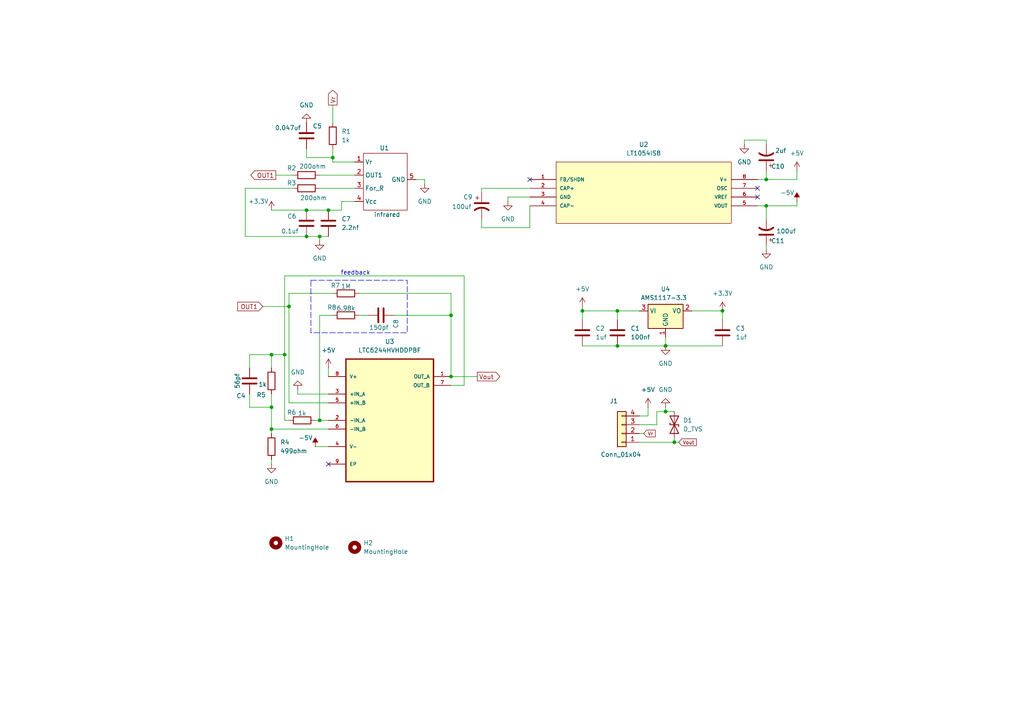
<source format=kicad_sch>
(kicad_sch (version 20231120) (generator "eeschema") (generator_version "8.0")
  (paper "A4")
  (title_block (date "2025-01-11") (comment 1 "Ajay Gautam"))
  (lib_symbols
    (symbol "Connector_Generic:Conn_01x04" (pin_names (offset 1.016) hide)
      (property "Reference" "J" (at 0 5.08 0))
      (property "Value" "Conn_01x04" (at 0 -7.62 0))
      (symbol "Conn_01x04_1_1"
        (rectangle (start -1.27 -4.953) (end 0 -5.207) (stroke (width 0.1524)))
        (rectangle (start -1.27 -2.413) (end 0 -2.667) (stroke (width 0.1524)))
        (rectangle (start -1.27 0.127) (end 0 -0.127) (stroke (width 0.1524)))
        (rectangle (start -1.27 2.667) (end 0 2.413) (stroke (width 0.1524)))
        (rectangle (start -1.27 3.81) (end 1.27 -6.35) (stroke (width 0.254)) (fill (type background)))
        (pin passive line (at -5.08 2.54 0) (length 3.81) (name "Pin_1") (number "1"))
        (pin passive line (at -5.08 0 0) (length 3.81) (name "Pin_2") (number "2"))
        (pin passive line (at -5.08 -2.54 0) (length 3.81) (name "Pin_3") (number "3"))
        (pin passive line (at -5.08 -5.08 0) (length 3.81) (name "Pin_4") (number "4"))
      )
    )
    (symbol "Device:C" (pin_numbers hide) (pin_names (offset 0.254))
      (property "Reference" "C" (at 0.635 2.54 0))
      (property "Value" "C" (at 0.635 -2.54 0))
      (symbol "C_0_1"
        (polyline (pts (xy -2.032 -0.762) (xy 2.032 -0.762)) (stroke (width 0.508)))
        (polyline (pts (xy -2.032 0.762) (xy 2.032 0.762)) (stroke (width 0.508)))
      )
      (symbol "C_1_1"
        (pin passive line (at 0 3.81 270) (length 2.794) (name "~") (number "1"))
        (pin passive line (at 0 -3.81 90) (length 2.794) (name "~") (number "2"))
      )
    )
    (symbol "Device:C_Polarized_US" (pin_numbers hide) (pin_names (offset 0.254) hide)
      (property "Reference" "C" (at 0.635 2.54 0))
      (property "Value" "C_Polarized_US" (at 0.635 -2.54 0))
      (symbol "C_Polarized_US_0_1"
        (polyline (pts (xy -2.032 0.762) (xy 2.032 0.762)) (stroke (width 0.508)))
        (polyline (pts (xy -1.778 2.286) (xy -0.762 2.286)))
        (polyline (pts (xy -1.27 1.778) (xy -1.27 2.794)))
        (arc (start 2.032 -1.27) (mid 0 -0.5572) (end -2.032 -1.27) (stroke (width 0.508)))
      )
      (symbol "C_Polarized_US_1_1"
        (pin passive line (at 0 3.81 270) (length 2.794) (name "~") (number "1"))
        (pin passive line (at 0 -3.81 90) (length 3.302) (name "~") (number "2"))
      )
    )
    (symbol "Device:D_TVS" (pin_numbers hide) (pin_names (offset 1.016) hide)
      (property "Reference" "D" (at 0 2.54 0))
      (property "Value" "D_TVS" (at 0 -2.54 0))
      (symbol "D_TVS_0_1"
        (polyline (pts (xy 1.27 0) (xy -1.27 0)))
        (polyline (pts (xy 0.508 1.27) (xy 0 1.27) (xy 0 -1.27) (xy -0.508 -1.27)) (stroke (width 0.254)))
        (polyline (pts (xy -2.54 1.27) (xy -2.54 -1.27) (xy 2.54 1.27) (xy 2.54 -1.27) (xy -2.54 1.27)) (stroke (width 0.254)))
      )
      (symbol "D_TVS_1_1"
        (pin passive line (at -3.81 0 0) (length 2.54) (name "A1") (number "1"))
        (pin passive line (at 3.81 0 180) (length 2.54) (name "A2") (number "2"))
      )
    )
    (symbol "Device:R" (pin_numbers hide) (pin_names (offset 0))
      (property "Reference" "R" (at 2.032 0 90))
      (property "Value" "R" (at 0 0 90))
      (symbol "R_0_1"
        (rectangle (start -1.016 -2.54) (end 1.016 2.54) (stroke (width 0.254)))
      )
      (symbol "R_1_1"
        (pin passive line (at 0 3.81 270) (length 1.27) (name "~") (number "1"))
        (pin passive line (at 0 -3.81 90) (length 1.27) (name "~") (number "2"))
      )
    )
    (symbol "LT1054IS8:LT1054IS8" (pin_names (offset 1.016))
      (property "Reference" "U" (at 28.2956 9.1186 0))
      (property "Value" "LT1054IS8" (at 27.6606 6.5786 0))
      (symbol "LT1054IS8_0_0"
        (rectangle (start 7.62 -12.7) (end 58.42 5.08) (stroke (width 0.1524)) (fill (type background)))
        (pin passive line (at 0 0 0) (length 7.62) (name "FB/SHDN") (number "1"))
        (pin passive line (at 0 -2.54 0) (length 7.62) (name "CAP+") (number "2"))
        (pin power_in line (at 0 -5.08 0) (length 7.62) (name "GND") (number "3"))
        (pin passive line (at 0 -7.62 0) (length 7.62) (name "CAP-") (number "4"))
        (pin output line (at 66.04 -7.62 180) (length 7.62) (name "VOUT") (number "5"))
        (pin power_in line (at 66.04 -5.08 180) (length 7.62) (name "VREF") (number "6"))
        (pin passive line (at 66.04 -2.54 180) (length 7.62) (name "OSC") (number "7"))
        (pin power_in line (at 66.04 0 180) (length 7.62) (name "V+") (number "8"))
      )
    )
    (symbol "LTC6244HVHDDPBF:LTC6244HVHDDPBF" (pin_names (offset 1.016))
      (property "Reference" "U" (at -4.4196 17.0434 0))
      (property "Value" "LTC6244HVHDDPBF" (at -5.8166 -24.13 0))
      (symbol "LTC6244HVHDDPBF_0_0"
        (rectangle (start -12.7 -20.32) (end 12.7 15.24) (stroke (width 0.4064)) (fill (type background)))
        (pin output line (at 17.78 10.16 180) (length 5.08) (name "OUT_A") (number "1"))
        (pin input line (at -17.78 -2.54 0) (length 5.08) (name "-IN_A") (number "2"))
        (pin input line (at -17.78 5.08 0) (length 5.08) (name "+IN_A") (number "3"))
        (pin power_in line (at -17.78 -10.16 0) (length 5.08) (name "V-") (number "4"))
        (pin input line (at -17.78 2.54 0) (length 5.08) (name "+IN_B") (number "5"))
        (pin input line (at -17.78 -5.08 0) (length 5.08) (name "-IN_B") (number "6"))
        (pin output line (at 17.78 7.62 180) (length 5.08) (name "OUT_B") (number "7"))
        (pin power_in line (at -17.78 10.16 0) (length 5.08) (name "V+") (number "8"))
        (pin passive line (at -17.78 -15.24 0) (length 5.08) (name "EP") (number "9"))
      )
    )
    (symbol "Mechanical:MountingHole" (pin_names (offset 1.016)) (exclude_from_sim yes) (in_bom no)
      (property "Reference" "H" (at 0 5.08 0))
      (property "Value" "MountingHole" (at 0 3.175 0))
      (symbol "MountingHole_0_1"
        (circle (center 0 0) (radius 1.27) (stroke (width 1.27)))
      )
    )
    (symbol "Regulator_Linear:AMS1117-3.3"
      (property "Reference" "U" (at -3.81 3.175 0))
      (property "Value" "AMS1117-3.3" (at 0 3.175 0))
      (symbol "AMS1117-3.3_0_1"
        (rectangle (start -5.08 -5.08) (end 5.08 1.905) (stroke (width 0.254)) (fill (type background)))
      )
      (symbol "AMS1117-3.3_1_1"
        (pin power_in line (at 0 -7.62 90) (length 2.54) (name "GND") (number "1"))
        (pin power_out line (at 7.62 0 180) (length 2.54) (name "VO") (number "2"))
        (pin power_in line (at -7.62 0 0) (length 2.54) (name "VI") (number "3"))
      )
    )
    (symbol "infrared:infrared_by_AG"
      (property "Reference" "U" (at 0 0 0))
      (symbol "infrared_by_AG_0_1"
        (rectangle (start -3.81 -1.27) (end 8.89 -17.78))
      )
      (symbol "infrared_by_AG_1_1"
        (pin input line (at -6.35 -3.81 0) (length 2.54) (name "Vr") (number "1"))
        (pin input line (at -6.35 -7.62 0) (length 2.54) (name "OUT1") (number "2"))
        (pin input line (at -6.35 -11.43 0) (length 2.54) (name "For_R") (number "3"))
        (pin input line (at -6.35 -15.24 0) (length 2.54) (name "Vcc") (number "4"))
        (pin input line (at 11.43 -8.89 180) (length 2.54) (name "GND") (number "5"))
      )
    )
    (symbol "power:+3.3V" (power) (pin_numbers hide) (pin_names (offset 0) hide)
      (property "Value" "+3.3V" (at 0 3.556 0))
      (symbol "+3.3V_0_1"
        (polyline (pts (xy -0.762 1.27) (xy 0 2.54)))
        (polyline (pts (xy 0 0) (xy 0 2.54)))
        (polyline (pts (xy 0 2.54) (xy 0.762 1.27)))
      )
      (symbol "+3.3V_1_1"
        (pin power_in line (at 0 0 90) (length 0) (name "~") (number "1"))
      )
    )
    (symbol "power:+5V" (power) (pin_numbers hide) (pin_names (offset 0) hide)
      (property "Value" "+5V" (at 0 3.556 0))
      (symbol "+5V_0_1"
        (polyline (pts (xy -0.762 1.27) (xy 0 2.54)))
        (polyline (pts (xy 0 0) (xy 0 2.54)))
        (polyline (pts (xy 0 2.54) (xy 0.762 1.27)))
      )
      (symbol "+5V_1_1"
        (pin power_in line (at 0 0 90) (length 0) (name "~") (number "1"))
      )
    )
    (symbol "power:-5V" (power) (pin_numbers hide) (pin_names (offset 0) hide)
      (property "Value" "-5V" (at 0 3.556 0))
      (symbol "-5V_0_0"
        (pin power_in line (at 0 0 90) (length 0) (name "~") (number "1"))
      )
      (symbol "-5V_0_1"
        (polyline (pts (xy 0 0) (xy 0 1.27) (xy 0.762 1.27) (xy 0 2.54) (xy -0.762 1.27) (xy 0 1.27)) (fill (type outline)))
      )
    )
    (symbol "power:GND" (power) (pin_numbers hide) (pin_names (offset 0) hide)
      (property "Value" "GND" (at 0 -3.81 0))
      (symbol "GND_0_1"
        (polyline (pts (xy 0 0) (xy 0 -1.27) (xy 1.27 -1.27) (xy 0 -2.54) (xy -1.27 -1.27) (xy 0 -1.27)))
      )
      (symbol "GND_1_1"
        (pin power_in line (at 0 0 270) (length 0) (name "~") (number "1"))
      )
    )
  )
  (junction (at 96.52 45.72))
  (junction (at 78.74 118.11))
  (junction (at 130.81 91.44))
  (junction (at 92.71 121.92))
  (junction (at 92.71 68.58))
  (junction (at 78.74 102.87))
  (junction (at 88.9 60.96))
  (junction (at 82.55 102.87))
  (junction (at 222.25 59.69))
  (junction (at 222.25 52.07))
  (junction (at 88.9 68.58))
  (junction (at 78.74 124.46))
  (junction (at 179.07 100.33))
  (junction (at 168.91 90.17))
  (junction (at 179.07 90.17))
  (junction (at 193.04 100.33))
  (junction (at 95.25 60.96))
  (junction (at 195.58 128.27))
  (junction (at 130.81 109.22))
  (junction (at 193.04 119.38))
  (junction (at 209.55 90.17))
  (junction (at 83.82 88.9))
  (no_connect (at 95.25 134.62))
  (no_connect (at 219.71 54.61))
  (no_connect (at 219.71 57.15))
  (no_connect (at 153.67 52.07))
  (wire (pts (xy 83.82 121.92) (xy 82.55 121.92)))
  (wire (pts (xy 92.71 68.58) (xy 92.71 69.85)))
  (wire (pts (xy 168.91 90.17) (xy 168.91 92.71)))
  (wire (pts (xy 78.74 124.46) (xy 78.74 125.73)))
  (wire (pts (xy 215.9 40.64) (xy 215.9 41.91)))
  (wire (pts (xy 83.82 116.84) (xy 95.25 116.84)))
  (wire (pts (xy 123.19 52.07) (xy 120.65 52.07)))
  (wire (pts (xy 168.91 88.9) (xy 168.91 90.17)))
  (wire (pts (xy 168.91 90.17) (xy 179.07 90.17)))
  (wire (pts (xy 71.12 68.58) (xy 88.9 68.58)))
  (wire (pts (xy 134.62 80.01) (xy 82.55 80.01)))
  (wire (pts (xy 193.04 100.33) (xy 209.55 100.33)))
  (wire (pts (xy 92.71 121.92) (xy 95.25 121.92)))
  (wire (pts (xy 153.67 59.69) (xy 153.67 66.04)))
  (wire (pts (xy 153.67 57.15) (xy 147.32 57.15)))
  (wire (pts (xy 95.25 60.96) (xy 88.9 60.96)))
  (wire (pts (xy 114.3 91.44) (xy 130.81 91.44)))
  (wire (pts (xy 231.14 49.53) (xy 231.14 52.07)))
  (wire (pts (xy 88.9 60.96) (xy 78.74 60.96)))
  (wire (pts (xy 99.06 60.96) (xy 95.25 60.96)))
  (wire (pts (xy 78.74 118.11) (xy 78.74 124.46)))
  (wire (pts (xy 231.14 52.07) (xy 222.25 52.07)))
  (wire (pts (xy 96.52 46.99) (xy 96.52 45.72)))
  (wire (pts (xy 190.5 123.19) (xy 185.42 123.19)))
  (wire (pts (xy 222.25 49.53) (xy 222.25 52.07)))
  (wire (pts (xy 102.87 46.99) (xy 96.52 46.99)))
  (wire (pts (xy 130.81 109.22) (xy 138.43 109.22)))
  (wire (pts (xy 92.71 68.58) (xy 95.25 68.58)))
  (wire (pts (xy 193.04 119.38) (xy 195.58 119.38)))
  (wire (pts (xy 78.74 102.87) (xy 82.55 102.87)))
  (wire (pts (xy 104.14 91.44) (xy 106.68 91.44)))
  (wire (pts (xy 222.25 63.5) (xy 222.25 59.69)))
  (wire (pts (xy 168.91 100.33) (xy 179.07 100.33)))
  (wire (pts (xy 83.82 85.09) (xy 83.82 88.9)))
  (wire (pts (xy 71.12 54.61) (xy 71.12 68.58)))
  (wire (pts (xy 231.14 59.69) (xy 222.25 59.69)))
  (wire (pts (xy 193.04 118.11) (xy 193.04 119.38)))
  (wire (pts (xy 91.44 129.54) (xy 95.25 129.54)))
  (wire (pts (xy 134.62 111.76) (xy 134.62 80.01)))
  (wire (pts (xy 96.52 30.48) (xy 96.52 35.56)))
  (wire (pts (xy 80.01 50.8) (xy 85.09 50.8)))
  (wire (pts (xy 130.81 111.76) (xy 134.62 111.76)))
  (wire (pts (xy 179.07 90.17) (xy 179.07 92.71)))
  (wire (pts (xy 209.55 92.71) (xy 209.55 90.17)))
  (wire (pts (xy 209.55 90.17) (xy 200.66 90.17)))
  (wire (pts (xy 86.36 114.3) (xy 86.36 113.03)))
  (wire (pts (xy 123.19 53.34) (xy 123.19 52.07)))
  (wire (pts (xy 195.58 127) (xy 195.58 128.27)))
  (wire (pts (xy 78.74 102.87) (xy 78.74 106.68)))
  (wire (pts (xy 231.14 58.42) (xy 231.14 59.69)))
  (wire (pts (xy 190.5 119.38) (xy 190.5 123.19)))
  (wire (pts (xy 193.04 100.33) (xy 179.07 100.33)))
  (wire (pts (xy 85.09 54.61) (xy 71.12 54.61)))
  (wire (pts (xy 72.39 102.87) (xy 78.74 102.87)))
  (wire (pts (xy 88.9 45.72) (xy 88.9 43.18)))
  (wire (pts (xy 222.25 71.12) (xy 222.25 72.39)))
  (wire (pts (xy 190.5 119.38) (xy 193.04 119.38)))
  (wire (pts (xy 139.7 66.04) (xy 139.7 63.5)))
  (wire (pts (xy 222.25 41.91) (xy 222.25 40.64)))
  (wire (pts (xy 139.7 55.88) (xy 139.7 54.61)))
  (wire (pts (xy 95.25 106.68) (xy 95.25 109.22)))
  (wire (pts (xy 96.52 45.72) (xy 96.52 43.18)))
  (wire (pts (xy 82.55 80.01) (xy 82.55 102.87)))
  (wire (pts (xy 88.9 68.58) (xy 92.71 68.58)))
  (wire (pts (xy 185.42 90.17) (xy 179.07 90.17)))
  (wire (pts (xy 72.39 106.68) (xy 72.39 102.87)))
  (wire (pts (xy 147.32 57.15) (xy 147.32 58.42)))
  (wire (pts (xy 130.81 85.09) (xy 130.81 91.44)))
  (wire (pts (xy 78.74 118.11) (xy 78.74 114.3)))
  (wire (pts (xy 222.25 40.64) (xy 215.9 40.64)))
  (wire (pts (xy 92.71 50.8) (xy 102.87 50.8)))
  (wire (pts (xy 222.25 52.07) (xy 219.71 52.07)))
  (wire (pts (xy 195.58 128.27) (xy 196.85 128.27)))
  (wire (pts (xy 91.44 121.92) (xy 92.71 121.92)))
  (wire (pts (xy 95.25 114.3) (xy 86.36 114.3)))
  (wire (pts (xy 88.9 45.72) (xy 96.52 45.72)))
  (wire (pts (xy 82.55 102.87) (xy 82.55 121.92)))
  (wire (pts (xy 76.2 88.9) (xy 83.82 88.9)))
  (wire (pts (xy 185.42 125.73) (xy 186.69 125.73)))
  (wire (pts (xy 153.67 66.04) (xy 139.7 66.04)))
  (wire (pts (xy 187.96 120.65) (xy 185.42 120.65)))
  (wire (pts (xy 72.39 118.11) (xy 78.74 118.11)))
  (wire (pts (xy 92.71 91.44) (xy 92.71 121.92)))
  (wire (pts (xy 99.06 58.42) (xy 99.06 60.96)))
  (wire (pts (xy 92.71 54.61) (xy 102.87 54.61)))
  (wire (pts (xy 130.81 91.44) (xy 130.81 109.22)))
  (wire (pts (xy 72.39 114.3) (xy 72.39 118.11)))
  (wire (pts (xy 139.7 54.61) (xy 153.67 54.61)))
  (wire (pts (xy 78.74 133.35) (xy 78.74 134.62)))
  (wire (pts (xy 102.87 58.42) (xy 99.06 58.42)))
  (wire (pts (xy 104.14 85.09) (xy 130.81 85.09)))
  (wire (pts (xy 83.82 88.9) (xy 83.82 116.84)))
  (wire (pts (xy 187.96 118.11) (xy 187.96 120.65)))
  (wire (pts (xy 193.04 97.79) (xy 193.04 100.33)))
  (wire (pts (xy 185.42 128.27) (xy 195.58 128.27)))
  (wire (pts (xy 222.25 59.69) (xy 219.71 59.69)))
  (wire (pts (xy 96.52 85.09) (xy 83.82 85.09)))
  (wire (pts (xy 95.25 124.46) (xy 78.74 124.46)))
  (wire (pts (xy 96.52 91.44) (xy 92.71 91.44)))
  (rectangle (start 90.17 81.28) (end 118.11 96.52) (stroke (width 0) (type dash)))
  (text "feedback\n" (at 103.124 79.248 0) (effects (font (size 1.27 1.27))))
  (global_label "OUT1" (shape output) (at 80.01 50.8 180) (property "Intersheetrefs" "${INTERSHEET_REFS}" (effects (hide yes))))
  (global_label "OUT1" (shape input) (at 76.2 88.9 180) (property "Intersheetrefs" "${INTERSHEET_REFS}" (effects (hide yes))))
  (global_label "Vr" (shape output) (at 96.52 30.48 90) (property "Intersheetrefs" "${INTERSHEET_REFS}" (effects (hide yes))))
  (global_label "Vr" (shape input) (at 186.69 125.73 0) (effects (font (size 1 1))) (property "Intersheetrefs" "${INTERSHEET_REFS}" (effects (hide yes))))
  (global_label "Vout" (shape output) (at 138.43 109.22 0) (property "Intersheetrefs" "${INTERSHEET_REFS}" (effects (hide yes))))
  (global_label "Vout" (shape input) (at 196.85 128.27 0) (effects (font (size 1 1))) (property "Intersheetrefs" "${INTERSHEET_REFS}" (effects (hide yes))))
  (symbol (lib_id "power:GND") (at 193.04 118.11 180) (unit 1)
    (property "Reference" "#PWR017" (effects (hide yes)))
    (property "Value" "GND" (at 193.04 113.03 0))
    (property "Description" "Power symbol creates a global label with name \"GND\" , ground" (effects (hide yes)))
  )
  (symbol (lib_id "power:GND") (at 78.74 134.62 0) (unit 1)
    (property "Reference" "#PWR05" (effects (hide yes)))
    (property "Value" "GND" (at 78.74 139.7 0))
    (property "Description" "Power symbol creates a global label with name \"GND\" , ground" (effects (hide yes)))
  )
  (symbol (lib_id "power:GND") (at 88.9 35.56 180) (unit 1)
    (property "Reference" "#PWR02" (effects (hide yes)))
    (property "Value" "GND" (at 88.9 30.48 0))
    (property "Description" "Power symbol creates a global label with name \"GND\" , ground" (effects (hide yes)))
  )
  (symbol (lib_id "power:+5V") (at 95.25 106.68 0) (unit 1)
    (property "Reference" "#PWR08" (effects (hide yes)))
    (property "Value" "+5V" (at 95.25 101.6 0))
    (property "Description" "Power symbol creates a global label with name \"+5V\"" (effects (hide yes)))
  )
  (symbol (lib_id "Device:R") (at 100.33 91.44 90) (unit 1)
    (property "Reference" "R8" (at 96.266 89.154 90))
    (property "Value" "6.98k" (at 100.33 89.408 90))
    (property "Footprint" "Resistor_SMD:R_1206_3216Metric" (effects (hide yes)))
    (property "Description" "Resistor" (effects (hide yes)))
  )
  (symbol (lib_id "infrared:infrared_by_AG") (at 109.22 43.18 0) (unit 1)
    (property "Reference" "U1" (at 111.506 42.926 0))
    (property "Value" "infrared" (at 112.268 62.23 0))
    (property "Footprint" "infrared:infrared_by_AG" (effects (hide yes)))
  )
  (symbol (lib_id "Device:C") (at 209.55 96.52 0) (unit 1)
    (property "Reference" "C3" (at 213.36 95.2499 0) (effects (justify left)))
    (property "Value" "1uf" (at 213.36 97.7899 0) (effects (justify left)))
    (property "Footprint" "Capacitor_SMD:C_1206_3216Metric" (effects (hide yes)))
    (property "Description" "Unpolarized capacitor" (effects (hide yes)))
  )
  (symbol (lib_id "Device:C") (at 95.25 64.77 0) (unit 1)
    (property "Reference" "C7" (at 99.06 63.4999 0) (effects (justify left)))
    (property "Value" "2.2nf" (at 99.06 66.0399 0) (effects (justify left)))
    (property "Footprint" "Capacitor_SMD:C_1206_3216Metric" (effects (hide yes)))
    (property "Description" "Unpolarized capacitor" (effects (hide yes)))
  )
  (symbol (lib_id "Device:R") (at 78.74 129.54 0) (unit 1)
    (property "Reference" "R4" (at 81.28 128.2699 0) (effects (justify left)))
    (property "Value" "499ohm" (at 81.28 130.8099 0) (effects (justify left)))
    (property "Footprint" "Resistor_SMD:R_1206_3216Metric" (effects (hide yes)))
    (property "Description" "Resistor" (effects (hide yes)))
  )
  (symbol (lib_id "power:+3.3V") (at 78.74 60.96 0) (unit 1)
    (property "Reference" "#PWR01" (effects (hide yes)))
    (property "Value" "+3.3V" (at 74.93 58.42 0))
    (property "Description" "Power symbol creates a global label with name \"+3.3V\"" (effects (hide yes)))
  )
  (symbol (lib_id "power:+3.3V") (at 209.55 90.17 0) (unit 1)
    (property "Reference" "#PWR015" (effects (hide yes)))
    (property "Value" "+3.3V" (at 209.55 85.09 0))
    (property "Description" "Power symbol creates a global label with name \"+3.3V\"" (effects (hide yes)))
  )
  (symbol (lib_id "LT1054IS8:LT1054IS8") (at 153.67 52.07 0) (unit 1)
    (property "Reference" "U2" (at 186.69 41.91 0))
    (property "Value" "LT1054IS8" (at 186.69 44.45 0))
    (property "Footprint" "LT1054IS8:SO-8_S" (effects (hide yes)))
    (property "MF" "Analog Devices" (effects (hide yes)))
    (property "VENDOR" "Linear Technology" (effects (hide yes)))
    (property "Description_1" "\n                        \n                            Switched-Capacitor Voltage Converter with Regulator\n                        \n" (effects (hide yes)))
    (property "Package" "SOIC-8 Analog Devices" (effects (hide yes)))
    (property "Price" "None" (effects (hide yes)))
    (property "Check_prices" "https://www.snapeda.com/parts/LT1054IS8/Analog+Devices/view-part/?ref=eda" (effects (hide yes)))
    (property "SnapEDA_Link" "https://www.snapeda.com/parts/LT1054IS8/Analog+Devices/view-part/?ref=snap" (effects (hide yes)))
    (property "MP" "LT1054IS8" (effects (hide yes)))
    (property "Availability" "In Stock" (effects (hide yes)))
    (property "MANUFACTURER_PART_NUMBER" "lt1054is8" (effects (hide yes)))
  )
  (symbol (lib_id "power:-5V") (at 231.14 58.42 0) (unit 1)
    (property "Reference" "#PWR012" (effects (hide yes)))
    (property "Value" "-5V" (at 228.346 55.88 0))
    (property "Description" "Power symbol creates a global label with name \"-5V\"" (effects (hide yes)))
  )
  (symbol (lib_id "Device:C_Polarized_US") (at 222.25 45.72 180) (unit 1)
    (property "Reference" "C10" (at 227.584 48.26 0) (effects (justify left)))
    (property "Value" "2uf" (at 228.092 43.688 0) (effects (justify left)))
    (property "Footprint" "Capacitor_SMD:C_1206_3216Metric" (effects (hide yes)))
    (property "Description" "Polarized capacitor, US symbol" (effects (hide yes)))
  )
  (symbol (lib_id "Connector_Generic:Conn_01x04") (at 180.34 125.73 180) (unit 1)
    (property "Reference" "J1" (at 178.054 116.332 0))
    (property "Value" "Conn_01x04" (at 180.086 131.826 0))
    (property "Footprint" "Connector_JST:JST_EH_B4B-EH-A_1x04_P2.50mm_Vertical" (effects (hide yes)))
    (property "Description" "Generic connector, single row, 01x04, script generated (kicad-library-utils/schlib/autogen/connector/)" (effects (hide yes)))
  )
  (symbol (lib_id "Device:C") (at 72.39 110.49 0) (unit 1)
    (property "Reference" "C4" (at 68.58 114.808 0) (effects (justify left)))
    (property "Value" "56pf" (at 68.834 112.776 90) (effects (justify left)))
    (property "Footprint" "Capacitor_SMD:C_1206_3216Metric" (effects (hide yes)))
    (property "Description" "Unpolarized capacitor" (effects (hide yes)))
  )
  (symbol (lib_id "Device:D_TVS") (at 195.58 123.19 90) (unit 1)
    (property "Reference" "D1" (at 198.12 121.9199 90) (effects (justify right)))
    (property "Value" "D_TVS" (at 198.12 124.4599 90) (effects (justify right)))
    (property "Footprint" "Diode_SMD:D_1210_3225Metric_Pad1.42x2.65mm_HandSolder" (effects (hide yes)))
    (property "Description" "Bidirectional transient-voltage-suppression diode" (effects (hide yes)))
  )
  (symbol (lib_id "Device:R") (at 96.52 39.37 0) (unit 1)
    (property "Reference" "R1" (at 99.06 38.0999 0) (effects (justify left)))
    (property "Value" "1k" (at 99.06 40.6399 0) (effects (justify left)))
    (property "Footprint" "Resistor_SMD:R_1206_3216Metric" (effects (hide yes)))
    (property "Description" "Resistor" (effects (hide yes)))
  )
  (symbol (lib_id "Device:R") (at 88.9 54.61 90) (unit 1)
    (property "Reference" "R3" (at 84.582 53.086 90))
    (property "Value" "200ohm" (at 90.932 57.404 90))
    (property "Footprint" "Resistor_SMD:R_1206_3216Metric" (effects (hide yes)))
    (property "Description" "Resistor" (effects (hide yes)))
  )
  (symbol (lib_id "Device:C_Polarized_US") (at 222.25 67.31 180) (unit 1)
    (property "Reference" "C11" (at 227.584 69.85 0) (effects (justify left)))
    (property "Value" "100uf" (at 230.886 67.056 0) (effects (justify left)))
    (property "Footprint" "Capacitor_SMD:C_1206_3216Metric" (effects (hide yes)))
    (property "Description" "Polarized capacitor, US symbol" (effects (hide yes)))
  )
  (symbol (lib_id "power:GND") (at 193.04 100.33 0) (unit 1)
    (property "Reference" "#PWR018" (effects (hide yes)))
    (property "Value" "GND" (at 193.04 105.41 0))
    (property "Description" "Power symbol creates a global label with name \"GND\" , ground" (effects (hide yes)))
  )
  (symbol (lib_id "power:-5V") (at 91.44 129.54 0) (unit 1)
    (property "Reference" "#PWR07" (effects (hide yes)))
    (property "Value" "-5V" (at 88.646 127 0))
    (property "Description" "Power symbol creates a global label with name \"-5V\"" (effects (hide yes)))
  )
  (symbol (lib_id "Device:C") (at 88.9 39.37 0) (unit 1)
    (property "Reference" "C5" (at 90.678 36.576 0) (effects (justify left)))
    (property "Value" "0.047uf" (at 79.756 37.084 0) (effects (justify left)))
    (property "Footprint" "Capacitor_SMD:C_1206_3216Metric" (effects (hide yes)))
    (property "Description" "Unpolarized capacitor" (effects (hide yes)))
  )
  (symbol (lib_id "power:GND") (at 222.25 72.39 0) (unit 1)
    (property "Reference" "#PWR011" (effects (hide yes)))
    (property "Value" "GND" (at 222.25 77.47 0))
    (property "Description" "Power symbol creates a global label with name \"GND\" , ground" (effects (hide yes)))
  )
  (symbol (lib_id "power:GND") (at 92.71 69.85 0) (unit 1)
    (property "Reference" "#PWR03" (effects (hide yes)))
    (property "Value" "GND" (at 92.71 74.93 0))
    (property "Description" "Power symbol creates a global label with name \"GND\" , ground" (effects (hide yes)))
  )
  (symbol (lib_id "Device:C") (at 88.9 64.77 0) (unit 1)
    (property "Reference" "C6" (at 83.312 62.738 0) (effects (justify left)))
    (property "Value" "0.1uf" (at 81.534 67.056 0) (effects (justify left)))
    (property "Footprint" "Capacitor_SMD:C_1206_3216Metric" (effects (hide yes)))
    (property "Description" "Unpolarized capacitor" (effects (hide yes)))
  )
  (symbol (lib_id "power:GND") (at 215.9 41.91 0) (unit 1)
    (property "Reference" "#PWR010" (effects (hide yes)))
    (property "Value" "GND" (at 215.9 46.99 0))
    (property "Description" "Power symbol creates a global label with name \"GND\" , ground" (effects (hide yes)))
  )
  (symbol (lib_id "Device:R") (at 78.74 110.49 0) (unit 1)
    (property "Reference" "R5" (at 74.422 114.554 0) (effects (justify left)))
    (property "Value" "1k" (at 74.93 111.506 0) (effects (justify left)))
    (property "Footprint" "Resistor_SMD:R_1206_3216Metric" (effects (hide yes)))
    (property "Description" "Resistor" (effects (hide yes)))
  )
  (symbol (lib_id "power:+5V") (at 231.14 49.53 0) (unit 1)
    (property "Reference" "#PWR013" (effects (hide yes)))
    (property "Value" "+5V" (at 231.14 44.45 0))
    (property "Description" "Power symbol creates a global label with name \"+5V\"" (effects (hide yes)))
  )
  (symbol (lib_id "power:GND") (at 147.32 58.42 0) (unit 1)
    (property "Reference" "#PWR09" (effects (hide yes)))
    (property "Value" "GND" (at 147.32 63.5 0))
    (property "Description" "Power symbol creates a global label with name \"GND\" , ground" (effects (hide yes)))
  )
  (symbol (lib_id "Regulator_Linear:AMS1117-3.3") (at 193.04 90.17 0) (unit 1)
    (property "Reference" "U4" (at 193.04 83.82 0))
    (property "Value" "AMS1117-3.3" (at 192.532 86.36 0))
    (property "Footprint" "Package_TO_SOT_SMD:SOT-223-3_TabPin2" (effects (hide yes)))
    (property "Datasheet" "http://www.advanced-monolithic.com/pdf/ds1117.pdf" (effects (hide yes)))
    (property "Description" "1A Low Dropout regulator, positive, 3.3V fixed output, SOT-223" (effects (hide yes)))
  )
  (symbol (lib_id "Mechanical:MountingHole") (at 80.01 157.48 0) (unit 1) (exclude_from_sim yes) (in_bom no)
    (property "Reference" "H1" (at 82.55 156.2099 0) (effects (justify left)))
    (property "Value" "MountingHole" (at 82.55 158.7499 0) (effects (justify left)))
    (property "Footprint" "MountingHole:MountingHole_2.7mm_M2.5_Pad_Via" (effects (hide yes)))
    (property "Description" "Mounting Hole without connection" (effects (hide yes)))
  )
  (symbol (lib_id "power:+5V") (at 187.96 118.11 0) (unit 1)
    (property "Reference" "#PWR016" (effects (hide yes)))
    (property "Value" "+5V" (at 187.96 113.03 0))
    (property "Description" "Power symbol creates a global label with name \"+5V\"" (effects (hide yes)))
  )
  (symbol (lib_id "Device:R") (at 87.63 121.92 90) (unit 1)
    (property "Reference" "R6" (at 84.582 119.634 90))
    (property "Value" "1k" (at 87.63 119.888 90))
    (property "Footprint" "Resistor_SMD:R_1206_3216Metric" (effects (hide yes)))
    (property "Description" "Resistor" (effects (hide yes)))
  )
  (symbol (lib_id "power:+5V") (at 168.91 88.9 0) (unit 1)
    (property "Reference" "#PWR014" (effects (hide yes)))
    (property "Value" "+5V" (at 168.91 83.82 0))
    (property "Description" "Power symbol creates a global label with name \"+5V\"" (effects (hide yes)))
  )
  (symbol (lib_id "Device:R") (at 88.9 50.8 90) (unit 1)
    (property "Reference" "R2" (at 84.582 48.768 90))
    (property "Value" "200ohm" (at 90.678 48.26 90))
    (property "Footprint" "Resistor_SMD:R_1206_3216Metric" (effects (hide yes)))
    (property "Description" "Resistor" (effects (hide yes)))
  )
  (symbol (lib_id "LTC6244HVHDDPBF:LTC6244HVHDDPBF") (at 113.03 119.38 0) (unit 1)
    (property "Reference" "U3" (at 113.03 99.06 0))
    (property "Value" "LTC6244HVHDDPBF" (at 113.03 101.6 0))
    (property "Footprint" "LTC6244HVHDDPBF:DFN300X300X80-9N" (effects (hide yes)))
    (property "MF" "Analog Devices" (effects (hide yes)))
    (property "Description_1" "\n                        \n                            Dual 50MHz, Low Noise, Rail-to-Rail, CMOS Op Amp\n                        \n" (effects (hide yes)))
    (property "PACKAGE" "DFN-8" (effects (hide yes)))
    (property "MPN" "LTC6244HVHDD#PBF" (effects (hide yes)))
    (property "Price" "None" (effects (hide yes)))
    (property "Package" "DFN-8 Analog Devices" (effects (hide yes)))
    (property "OC_FARNELL" "-" (effects (hide yes)))
    (property "SnapEDA_Link" "https://www.snapeda.com/parts/LTC6244HVHDD%23PBF/Analog+Devices/view-part/?ref=snap" (effects (hide yes)))
    (property "MP" "LTC6244HVHDD#PBF" (effects (hide yes)))
    (property "SUPPLIER" "Linear Technology" (effects (hide yes)))
    (property "OC_NEWARK" "51P4606" (effects (hide yes)))
    (property "Availability" "In Stock" (effects (hide yes)))
    (property "Check_prices" "https://www.snapeda.com/parts/LTC6244HVHDD%23PBF/Analog+Devices/view-part/?ref=eda" (effects (hide yes)))
  )
  (symbol (lib_id "Device:C_Polarized_US") (at 139.7 59.69 0) (unit 1)
    (property "Reference" "C9" (at 134.366 57.15 0) (effects (justify left)))
    (property "Value" "100uf" (at 131.064 59.944 0) (effects (justify left)))
    (property "Footprint" "Capacitor_SMD:C_1206_3216Metric" (effects (hide yes)))
    (property "Description" "Polarized capacitor, US symbol" (effects (hide yes)))
  )
  (symbol (lib_id "Device:R") (at 100.33 85.09 90) (unit 1)
    (property "Reference" "R7" (at 97.282 82.804 90))
    (property "Value" "1M" (at 100.33 83.058 90))
    (property "Footprint" "Resistor_SMD:R_1206_3216Metric" (effects (hide yes)))
    (property "Description" "Resistor" (effects (hide yes)))
  )
  (symbol (lib_id "Mechanical:MountingHole") (at 102.87 158.75 0) (unit 1) (exclude_from_sim yes) (in_bom no)
    (property "Reference" "H2" (at 105.41 157.4799 0) (effects (justify left)))
    (property "Value" "MountingHole" (at 105.41 160.0199 0) (effects (justify left)))
    (property "Footprint" "MountingHole:MountingHole_2.7mm_M2.5_Pad_Via" (effects (hide yes)))
    (property "Description" "Mounting Hole without connection" (effects (hide yes)))
  )
  (symbol (lib_id "Device:C") (at 179.07 96.52 0) (unit 1)
    (property "Reference" "C1" (at 182.88 95.2499 0) (effects (justify left)))
    (property "Value" "100nf" (at 182.88 97.7899 0) (effects (justify left)))
    (property "Footprint" "Capacitor_SMD:C_1206_3216Metric" (effects (hide yes)))
    (property "Description" "Unpolarized capacitor" (effects (hide yes)))
  )
  (symbol (lib_id "power:GND") (at 86.36 113.03 180) (unit 1)
    (property "Reference" "#PWR06" (effects (hide yes)))
    (property "Value" "GND" (at 86.36 107.95 0))
    (property "Description" "Power symbol creates a global label with name \"GND\" , ground" (effects (hide yes)))
  )
  (symbol (lib_id "Device:C") (at 110.49 91.44 90) (unit 1)
    (property "Reference" "C8" (at 114.808 95.25 0) (effects (justify left)))
    (property "Value" "150pf" (at 112.776 94.996 90) (effects (justify left)))
    (property "Footprint" "Capacitor_SMD:C_1206_3216Metric" (effects (hide yes)))
    (property "Description" "Unpolarized capacitor" (effects (hide yes)))
  )
  (symbol (lib_id "power:GND") (at 123.19 53.34 0) (unit 1)
    (property "Reference" "#PWR04" (effects (hide yes)))
    (property "Value" "GND" (at 123.19 58.42 0))
    (property "Description" "Power symbol creates a global label with name \"GND\" , ground" (effects (hide yes)))
  )
  (symbol (lib_id "Device:C") (at 168.91 96.52 0) (unit 1)
    (property "Reference" "C2" (at 172.72 95.2499 0) (effects (justify left)))
    (property "Value" "1uf" (at 172.72 97.7899 0) (effects (justify left)))
    (property "Footprint" "Capacitor_SMD:C_1206_3216Metric" (effects (hide yes)))
    (property "Description" "Unpolarized capacitor" (effects (hide yes)))
  )
)
</source>
